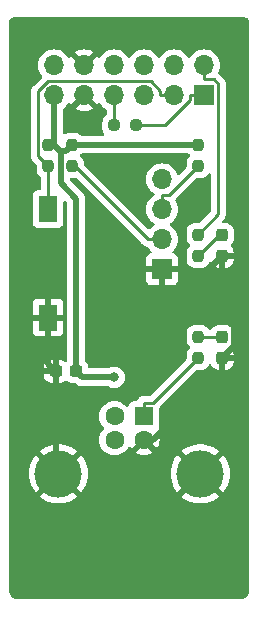
<source format=gtl>
G04 #@! TF.GenerationSoftware,KiCad,Pcbnew,7.0.9-7.0.9~ubuntu20.04.1*
G04 #@! TF.CreationDate,2023-12-02T17:13:25+01:00*
G04 #@! TF.ProjectId,kicad-pmod_usb,6b696361-642d-4706-9d6f-645f7573622e,1.0*
G04 #@! TF.SameCoordinates,Original*
G04 #@! TF.FileFunction,Copper,L1,Top*
G04 #@! TF.FilePolarity,Positive*
%FSLAX46Y46*%
G04 Gerber Fmt 4.6, Leading zero omitted, Abs format (unit mm)*
G04 Created by KiCad (PCBNEW 7.0.9-7.0.9~ubuntu20.04.1) date 2023-12-02 17:13:25*
%MOMM*%
%LPD*%
G01*
G04 APERTURE LIST*
G04 Aperture macros list*
%AMRoundRect*
0 Rectangle with rounded corners*
0 $1 Rounding radius*
0 $2 $3 $4 $5 $6 $7 $8 $9 X,Y pos of 4 corners*
0 Add a 4 corners polygon primitive as box body*
4,1,4,$2,$3,$4,$5,$6,$7,$8,$9,$2,$3,0*
0 Add four circle primitives for the rounded corners*
1,1,$1+$1,$2,$3*
1,1,$1+$1,$4,$5*
1,1,$1+$1,$6,$7*
1,1,$1+$1,$8,$9*
0 Add four rect primitives between the rounded corners*
20,1,$1+$1,$2,$3,$4,$5,0*
20,1,$1+$1,$4,$5,$6,$7,0*
20,1,$1+$1,$6,$7,$8,$9,0*
20,1,$1+$1,$8,$9,$2,$3,0*%
G04 Aperture macros list end*
G04 #@! TA.AperFunction,SMDPad,CuDef*
%ADD10RoundRect,0.237500X-0.237500X0.250000X-0.237500X-0.250000X0.237500X-0.250000X0.237500X0.250000X0*%
G04 #@! TD*
G04 #@! TA.AperFunction,SMDPad,CuDef*
%ADD11RoundRect,0.237500X0.237500X-0.287500X0.237500X0.287500X-0.237500X0.287500X-0.237500X-0.287500X0*%
G04 #@! TD*
G04 #@! TA.AperFunction,ComponentPad*
%ADD12R,1.700000X1.700000*%
G04 #@! TD*
G04 #@! TA.AperFunction,ComponentPad*
%ADD13O,1.700000X1.700000*%
G04 #@! TD*
G04 #@! TA.AperFunction,ComponentPad*
%ADD14R,1.600000X1.600000*%
G04 #@! TD*
G04 #@! TA.AperFunction,ComponentPad*
%ADD15C,1.600000*%
G04 #@! TD*
G04 #@! TA.AperFunction,ComponentPad*
%ADD16C,4.000000*%
G04 #@! TD*
G04 #@! TA.AperFunction,SMDPad,CuDef*
%ADD17RoundRect,0.237500X0.300000X0.237500X-0.300000X0.237500X-0.300000X-0.237500X0.300000X-0.237500X0*%
G04 #@! TD*
G04 #@! TA.AperFunction,SMDPad,CuDef*
%ADD18R,1.600000X2.180000*%
G04 #@! TD*
G04 #@! TA.AperFunction,SMDPad,CuDef*
%ADD19RoundRect,0.237500X0.237500X-0.250000X0.237500X0.250000X-0.237500X0.250000X-0.237500X-0.250000X0*%
G04 #@! TD*
G04 #@! TA.AperFunction,SMDPad,CuDef*
%ADD20RoundRect,0.237500X0.250000X0.237500X-0.250000X0.237500X-0.250000X-0.237500X0.250000X-0.237500X0*%
G04 #@! TD*
G04 #@! TA.AperFunction,ViaPad*
%ADD21C,0.800000*%
G04 #@! TD*
G04 #@! TA.AperFunction,Conductor*
%ADD22C,0.500000*%
G04 #@! TD*
G04 #@! TA.AperFunction,Conductor*
%ADD23C,0.250000*%
G04 #@! TD*
G04 APERTURE END LIST*
D10*
X122682000Y-86400000D03*
X122682000Y-88225000D03*
D11*
X124714000Y-88187500D03*
X124714000Y-86437500D03*
D10*
X122682000Y-70144000D03*
X122682000Y-71969000D03*
X109982000Y-70144000D03*
X109982000Y-71969000D03*
D11*
X124714000Y-77801500D03*
X124714000Y-79551500D03*
D12*
X123190000Y-65976500D03*
D13*
X123190000Y-63436500D03*
X120650000Y-65976500D03*
X120650000Y-63436500D03*
X118110000Y-65976500D03*
X118110000Y-63436500D03*
X115570000Y-65976500D03*
X115570000Y-63436500D03*
X113030000Y-65976500D03*
X113030000Y-63436500D03*
X110490000Y-65976500D03*
X110490000Y-63436500D03*
D14*
X118110000Y-93154500D03*
D15*
X115610000Y-93154500D03*
X115610000Y-95154500D03*
X118110000Y-95154500D03*
D16*
X122860000Y-98014500D03*
X110860000Y-98014500D03*
D17*
X112368500Y-89344500D03*
X110643500Y-89344500D03*
D10*
X112014000Y-70144000D03*
X112014000Y-71969000D03*
D12*
X119634000Y-80708500D03*
D13*
X119634000Y-78168500D03*
X119634000Y-75628500D03*
X119634000Y-73088500D03*
D18*
X109982000Y-84790500D03*
X109982000Y-75610500D03*
D19*
X122682000Y-79589000D03*
X122682000Y-77764000D03*
D20*
X117395000Y-68516500D03*
X115570000Y-68516500D03*
D21*
X114046000Y-68770500D03*
X114300000Y-72072500D03*
X115570000Y-89852500D03*
D22*
X122256700Y-82008800D02*
X121525000Y-82740500D01*
X121525000Y-82740500D02*
X119634000Y-82740500D01*
X119634000Y-82740500D02*
X119634000Y-80708500D01*
D23*
X109982000Y-71969000D02*
X109158700Y-71145700D01*
X109158700Y-71145700D02*
X109158700Y-65646099D01*
X109158700Y-65646099D02*
X110003599Y-64801200D01*
X110003599Y-64801200D02*
X118666800Y-64801200D01*
X118666800Y-64801200D02*
X119474700Y-65609100D01*
X119474700Y-65609100D02*
X119474700Y-65976500D01*
X119474700Y-65976500D02*
X120650000Y-65976500D01*
X115570000Y-65976500D02*
X115570000Y-68516500D01*
X118877800Y-92029200D02*
X122682000Y-88225000D01*
X118110000Y-92029200D02*
X118877800Y-92029200D01*
X118110000Y-93154500D02*
X118110000Y-92029200D01*
X112259200Y-71969000D02*
X112014000Y-71969000D01*
X118458700Y-78168500D02*
X112259200Y-71969000D01*
X119634000Y-78168500D02*
X118458700Y-78168500D01*
X109982000Y-75610500D02*
X109982000Y-71969000D01*
X120197800Y-74453200D02*
X122682000Y-71969000D01*
X119634000Y-74453200D02*
X120197800Y-74453200D01*
X119634000Y-75628500D02*
X119634000Y-74453200D01*
X124392900Y-76053100D02*
X122682000Y-77764000D01*
X124392900Y-65006700D02*
X124392900Y-76053100D01*
X123998000Y-64611800D02*
X124392900Y-65006700D01*
X123190000Y-64611800D02*
X123998000Y-64611800D01*
X123190000Y-63436500D02*
X123190000Y-64611800D01*
X119842000Y-68516500D02*
X117395000Y-68516500D01*
X122014700Y-66343800D02*
X119842000Y-68516500D01*
X122014700Y-65976500D02*
X122014700Y-66343800D01*
X123190000Y-65976500D02*
X122014700Y-65976500D01*
X124469500Y-77801500D02*
X122682000Y-79589000D01*
X124714000Y-77801500D02*
X124469500Y-77801500D01*
X122719500Y-86437500D02*
X122682000Y-86400000D01*
X124714000Y-86437500D02*
X122719500Y-86437500D01*
D22*
X125685000Y-87216500D02*
X124714000Y-88187500D01*
X125685000Y-85437100D02*
X125685000Y-87216500D01*
X122256700Y-82008800D02*
X125685000Y-85437100D01*
X124714000Y-79551500D02*
X122256700Y-82008800D01*
X124714000Y-89340500D02*
X119450000Y-94604500D01*
X124714000Y-88187500D02*
X124714000Y-89340500D01*
X118900000Y-95154500D02*
X119450000Y-94604500D01*
X118110000Y-95154500D02*
X118900000Y-95154500D01*
X119450000Y-94604500D02*
X122860000Y-98014500D01*
X110643500Y-97798000D02*
X110860000Y-98014500D01*
X110643500Y-89344500D02*
X110643500Y-97798000D01*
X109982000Y-88683000D02*
X109982000Y-84790500D01*
X110643500Y-89344500D02*
X109982000Y-88683000D01*
X112014000Y-70144000D02*
X122682000Y-70144000D01*
X110490000Y-65976500D02*
X110490000Y-67276800D01*
X109982000Y-70144000D02*
X110490000Y-70144000D01*
X110490000Y-70144000D02*
X110490000Y-67276800D01*
X112876500Y-89852500D02*
X112368500Y-89344500D01*
X115570000Y-89852500D02*
X112876500Y-89852500D01*
X111061500Y-73433200D02*
X111061500Y-70652000D01*
X112368500Y-74740200D02*
X111061500Y-73433200D01*
X112368500Y-89344500D02*
X112368500Y-74740200D01*
X110998000Y-70652000D02*
X111061500Y-70652000D01*
X110490000Y-70144000D02*
X110998000Y-70652000D01*
X111506000Y-70652000D02*
X112014000Y-70144000D01*
X111061500Y-70652000D02*
X111506000Y-70652000D01*
G04 #@! TA.AperFunction,Conductor*
G36*
X121916987Y-70914185D02*
G01*
X121937629Y-70930819D01*
X121975629Y-70968819D01*
X122009114Y-71030142D01*
X122004130Y-71099834D01*
X121975629Y-71144181D01*
X121861661Y-71258148D01*
X121771093Y-71404981D01*
X121771092Y-71404984D01*
X121716826Y-71568747D01*
X121716826Y-71568748D01*
X121716825Y-71568748D01*
X121706500Y-71669815D01*
X121706500Y-72008546D01*
X121686815Y-72075585D01*
X121670181Y-72096227D01*
X121107434Y-72658973D01*
X121046111Y-72692458D01*
X120976419Y-72687474D01*
X120920486Y-72645602D01*
X120907371Y-72623697D01*
X120906701Y-72622261D01*
X120808035Y-72410671D01*
X120779034Y-72369252D01*
X120672494Y-72217097D01*
X120505402Y-72050006D01*
X120505395Y-72050001D01*
X120311834Y-71914467D01*
X120311830Y-71914465D01*
X120287445Y-71903094D01*
X120097663Y-71814597D01*
X120097659Y-71814596D01*
X120097655Y-71814594D01*
X119869413Y-71753438D01*
X119869403Y-71753436D01*
X119634001Y-71732841D01*
X119633999Y-71732841D01*
X119398596Y-71753436D01*
X119398586Y-71753438D01*
X119170344Y-71814594D01*
X119170335Y-71814598D01*
X118956171Y-71914464D01*
X118956169Y-71914465D01*
X118762597Y-72050005D01*
X118595505Y-72217097D01*
X118459965Y-72410669D01*
X118459964Y-72410671D01*
X118360098Y-72624835D01*
X118360094Y-72624844D01*
X118298938Y-72853086D01*
X118298936Y-72853096D01*
X118278341Y-73088499D01*
X118278341Y-73088500D01*
X118298936Y-73323903D01*
X118298938Y-73323913D01*
X118360094Y-73552155D01*
X118360096Y-73552159D01*
X118360097Y-73552163D01*
X118459965Y-73766330D01*
X118459967Y-73766334D01*
X118595501Y-73959895D01*
X118595506Y-73959902D01*
X118762597Y-74126993D01*
X118762603Y-74126998D01*
X118948158Y-74256925D01*
X118991783Y-74311502D01*
X118998977Y-74381000D01*
X118967454Y-74443355D01*
X118948158Y-74460075D01*
X118762597Y-74590005D01*
X118595505Y-74757097D01*
X118459965Y-74950669D01*
X118459964Y-74950671D01*
X118360098Y-75164835D01*
X118360094Y-75164844D01*
X118298938Y-75393086D01*
X118298936Y-75393096D01*
X118278341Y-75628499D01*
X118278341Y-75628500D01*
X118298936Y-75863903D01*
X118298938Y-75863913D01*
X118360094Y-76092155D01*
X118360096Y-76092159D01*
X118360097Y-76092163D01*
X118450108Y-76285192D01*
X118459965Y-76306330D01*
X118459967Y-76306334D01*
X118595501Y-76499895D01*
X118595506Y-76499902D01*
X118762597Y-76666993D01*
X118762603Y-76666998D01*
X118948158Y-76796925D01*
X118991783Y-76851502D01*
X118998977Y-76921000D01*
X118967454Y-76983355D01*
X118948158Y-77000075D01*
X118762600Y-77130003D01*
X118621377Y-77271226D01*
X118560054Y-77304710D01*
X118490362Y-77299726D01*
X118446015Y-77271225D01*
X115764795Y-74590005D01*
X113025818Y-71851027D01*
X112992333Y-71789704D01*
X112989499Y-71763346D01*
X112989499Y-71669830D01*
X112989498Y-71669813D01*
X112979174Y-71568747D01*
X112967037Y-71532120D01*
X112924908Y-71404984D01*
X112834340Y-71258150D01*
X112720371Y-71144181D01*
X112686886Y-71082858D01*
X112691870Y-71013166D01*
X112720371Y-70968819D01*
X112758371Y-70930819D01*
X112819694Y-70897334D01*
X112846052Y-70894500D01*
X121849948Y-70894500D01*
X121916987Y-70914185D01*
G37*
G04 #@! TD.AperFunction*
G04 #@! TA.AperFunction,Conductor*
G36*
X112570507Y-66186344D02*
G01*
X112648239Y-66307298D01*
X112756900Y-66401452D01*
X112887685Y-66461180D01*
X112897466Y-66462586D01*
X112268625Y-67091425D01*
X112352421Y-67150099D01*
X112566507Y-67249929D01*
X112566516Y-67249933D01*
X112794673Y-67311067D01*
X112794684Y-67311069D01*
X113029998Y-67331657D01*
X113030002Y-67331657D01*
X113265315Y-67311069D01*
X113265326Y-67311067D01*
X113493483Y-67249933D01*
X113493492Y-67249929D01*
X113707578Y-67150100D01*
X113707582Y-67150098D01*
X113791373Y-67091426D01*
X113791373Y-67091425D01*
X113162533Y-66462586D01*
X113172315Y-66461180D01*
X113303100Y-66401452D01*
X113411761Y-66307298D01*
X113489493Y-66186344D01*
X113513076Y-66106024D01*
X114144925Y-66737873D01*
X114198119Y-66661905D01*
X114252696Y-66618281D01*
X114322195Y-66611088D01*
X114384549Y-66642610D01*
X114401269Y-66661905D01*
X114531505Y-66847901D01*
X114698599Y-67014995D01*
X114891624Y-67150153D01*
X114935248Y-67204728D01*
X114944500Y-67251726D01*
X114944500Y-67574308D01*
X114924815Y-67641347D01*
X114885599Y-67679845D01*
X114859152Y-67696157D01*
X114737161Y-67818148D01*
X114646593Y-67964981D01*
X114646592Y-67964984D01*
X114592326Y-68128747D01*
X114592326Y-68128748D01*
X114592325Y-68128748D01*
X114582000Y-68229815D01*
X114582000Y-68803169D01*
X114582001Y-68803187D01*
X114592325Y-68904252D01*
X114646592Y-69068015D01*
X114646593Y-69068018D01*
X114663308Y-69095117D01*
X114730717Y-69204405D01*
X114749157Y-69271795D01*
X114728235Y-69338459D01*
X114674593Y-69383229D01*
X114625178Y-69393500D01*
X112846052Y-69393500D01*
X112779013Y-69373815D01*
X112758371Y-69357181D01*
X112712351Y-69311161D01*
X112712350Y-69311160D01*
X112565516Y-69220592D01*
X112401753Y-69166326D01*
X112401751Y-69166325D01*
X112300678Y-69156000D01*
X111727330Y-69156000D01*
X111727312Y-69156001D01*
X111626247Y-69166325D01*
X111462484Y-69220592D01*
X111462477Y-69220595D01*
X111429596Y-69240877D01*
X111362204Y-69259317D01*
X111295540Y-69238394D01*
X111250771Y-69184752D01*
X111240500Y-69135338D01*
X111240500Y-67164200D01*
X111260185Y-67097161D01*
X111293375Y-67062626D01*
X111361401Y-67014995D01*
X111528495Y-66847901D01*
X111658732Y-66661903D01*
X111713307Y-66618280D01*
X111782805Y-66611086D01*
X111845160Y-66642609D01*
X111861880Y-66661905D01*
X111915073Y-66737873D01*
X112546922Y-66106023D01*
X112570507Y-66186344D01*
G37*
G04 #@! TD.AperFunction*
G04 #@! TA.AperFunction,Conductor*
G36*
X126623030Y-59373531D02*
G01*
X126629746Y-59374414D01*
X126637709Y-59375463D01*
X126711327Y-59387122D01*
X126739367Y-59395030D01*
X126763809Y-59405154D01*
X126768190Y-59407174D01*
X126815076Y-59431064D01*
X126834258Y-59443167D01*
X126853594Y-59458003D01*
X126859353Y-59462423D01*
X126865448Y-59467767D01*
X126904730Y-59507049D01*
X126910075Y-59513145D01*
X126929327Y-59538233D01*
X126941435Y-59557424D01*
X126954084Y-59582248D01*
X126965318Y-59604296D01*
X126967352Y-59608708D01*
X126977466Y-59633125D01*
X126985377Y-59661176D01*
X126985379Y-59661183D01*
X126997037Y-59734796D01*
X126998969Y-59749467D01*
X126999500Y-59757569D01*
X126999500Y-107883449D01*
X126999201Y-107889531D01*
X126996027Y-107921756D01*
X126983580Y-108032220D01*
X126979021Y-108054330D01*
X126962881Y-108107539D01*
X126935210Y-108186617D01*
X126927528Y-108204114D01*
X126899046Y-108257402D01*
X126896862Y-108261164D01*
X126853133Y-108330757D01*
X126848559Y-108337109D01*
X126806167Y-108388764D01*
X126802078Y-108393276D01*
X126744776Y-108450578D01*
X126740264Y-108454667D01*
X126688609Y-108497059D01*
X126682257Y-108501633D01*
X126612664Y-108545362D01*
X126608902Y-108547546D01*
X126555614Y-108576028D01*
X126538117Y-108583710D01*
X126459039Y-108611381D01*
X126405830Y-108627521D01*
X126383720Y-108632080D01*
X126273256Y-108644527D01*
X126241031Y-108647701D01*
X126234949Y-108648000D01*
X107445051Y-108648000D01*
X107438970Y-108647701D01*
X107406743Y-108644527D01*
X107296278Y-108632080D01*
X107274167Y-108627521D01*
X107220960Y-108611381D01*
X107141881Y-108583710D01*
X107124384Y-108576028D01*
X107104120Y-108565197D01*
X107071085Y-108547539D01*
X107067340Y-108545365D01*
X107048846Y-108533745D01*
X106997741Y-108501633D01*
X106991389Y-108497059D01*
X106939734Y-108454667D01*
X106935232Y-108450587D01*
X106877910Y-108393265D01*
X106873831Y-108388764D01*
X106831439Y-108337109D01*
X106826865Y-108330757D01*
X106821712Y-108322557D01*
X106783123Y-108261141D01*
X106780970Y-108257433D01*
X106752467Y-108204107D01*
X106744794Y-108186632D01*
X106717118Y-108107539D01*
X106700975Y-108054323D01*
X106696419Y-108032228D01*
X106683972Y-107921756D01*
X106680799Y-107889531D01*
X106680500Y-107883452D01*
X106680500Y-98014505D01*
X108355057Y-98014505D01*
X108374807Y-98328442D01*
X108374808Y-98328449D01*
X108433755Y-98637458D01*
X108530963Y-98936632D01*
X108530965Y-98936637D01*
X108664900Y-99221261D01*
X108664903Y-99221267D01*
X108833457Y-99486867D01*
X108833460Y-99486871D01*
X108924286Y-99596660D01*
X109889438Y-98631507D01*
X109938348Y-98710499D01*
X110081931Y-98868001D01*
X110240388Y-98987663D01*
X109274971Y-99953079D01*
X109274972Y-99953081D01*
X109517772Y-100129485D01*
X109517790Y-100129496D01*
X109793447Y-100281040D01*
X109793455Y-100281044D01*
X110085926Y-100396840D01*
X110390620Y-100475073D01*
X110390629Y-100475075D01*
X110702701Y-100514499D01*
X110702715Y-100514500D01*
X111017285Y-100514500D01*
X111017298Y-100514499D01*
X111329370Y-100475075D01*
X111329379Y-100475073D01*
X111634073Y-100396840D01*
X111926544Y-100281044D01*
X111926552Y-100281040D01*
X112202209Y-100129496D01*
X112202219Y-100129490D01*
X112445026Y-99953079D01*
X112445027Y-99953079D01*
X111479611Y-98987663D01*
X111638069Y-98868001D01*
X111781652Y-98710499D01*
X111830560Y-98631508D01*
X112795712Y-99596660D01*
X112886544Y-99486864D01*
X113055096Y-99221267D01*
X113055099Y-99221261D01*
X113189034Y-98936637D01*
X113189036Y-98936632D01*
X113286244Y-98637458D01*
X113345191Y-98328449D01*
X113345192Y-98328442D01*
X113364943Y-98014505D01*
X120355057Y-98014505D01*
X120374807Y-98328442D01*
X120374808Y-98328449D01*
X120433755Y-98637458D01*
X120530963Y-98936632D01*
X120530965Y-98936637D01*
X120664900Y-99221261D01*
X120664903Y-99221267D01*
X120833457Y-99486867D01*
X120833460Y-99486871D01*
X120924286Y-99596660D01*
X121889438Y-98631507D01*
X121938348Y-98710499D01*
X122081931Y-98868001D01*
X122240388Y-98987663D01*
X121274971Y-99953079D01*
X121274972Y-99953081D01*
X121517772Y-100129485D01*
X121517790Y-100129496D01*
X121793447Y-100281040D01*
X121793455Y-100281044D01*
X122085926Y-100396840D01*
X122390620Y-100475073D01*
X122390629Y-100475075D01*
X122702701Y-100514499D01*
X122702715Y-100514500D01*
X123017285Y-100514500D01*
X123017298Y-100514499D01*
X123329370Y-100475075D01*
X123329379Y-100475073D01*
X123634073Y-100396840D01*
X123926544Y-100281044D01*
X123926552Y-100281040D01*
X124202209Y-100129496D01*
X124202219Y-100129490D01*
X124445026Y-99953079D01*
X124445027Y-99953079D01*
X123479611Y-98987663D01*
X123638069Y-98868001D01*
X123781652Y-98710499D01*
X123830560Y-98631508D01*
X124795712Y-99596660D01*
X124886544Y-99486864D01*
X125055096Y-99221267D01*
X125055099Y-99221261D01*
X125189034Y-98936637D01*
X125189036Y-98936632D01*
X125286244Y-98637458D01*
X125345191Y-98328449D01*
X125345192Y-98328442D01*
X125364943Y-98014505D01*
X125364943Y-98014494D01*
X125345192Y-97700557D01*
X125345191Y-97700550D01*
X125286244Y-97391541D01*
X125189036Y-97092367D01*
X125189034Y-97092362D01*
X125055099Y-96807738D01*
X125055096Y-96807732D01*
X124886542Y-96542132D01*
X124886539Y-96542128D01*
X124795712Y-96432338D01*
X123830560Y-97397491D01*
X123781652Y-97318501D01*
X123638069Y-97160999D01*
X123479611Y-97041336D01*
X124445027Y-96075919D01*
X124445026Y-96075917D01*
X124202227Y-95899514D01*
X124202209Y-95899503D01*
X123926552Y-95747959D01*
X123926544Y-95747955D01*
X123634073Y-95632159D01*
X123329379Y-95553926D01*
X123329370Y-95553924D01*
X123017298Y-95514500D01*
X122702701Y-95514500D01*
X122390629Y-95553924D01*
X122390620Y-95553926D01*
X122085926Y-95632159D01*
X121793455Y-95747955D01*
X121793447Y-95747959D01*
X121517787Y-95899504D01*
X121517782Y-95899507D01*
X121274972Y-96075918D01*
X121274971Y-96075919D01*
X122240388Y-97041336D01*
X122081931Y-97160999D01*
X121938348Y-97318501D01*
X121889439Y-97397491D01*
X120924286Y-96432338D01*
X120924285Y-96432338D01*
X120833459Y-96542129D01*
X120833457Y-96542132D01*
X120664903Y-96807732D01*
X120664900Y-96807738D01*
X120530965Y-97092362D01*
X120530963Y-97092367D01*
X120433755Y-97391541D01*
X120374808Y-97700550D01*
X120374807Y-97700557D01*
X120355057Y-98014494D01*
X120355057Y-98014505D01*
X113364943Y-98014505D01*
X113364943Y-98014494D01*
X113345192Y-97700557D01*
X113345191Y-97700550D01*
X113286244Y-97391541D01*
X113189036Y-97092367D01*
X113189034Y-97092362D01*
X113055099Y-96807738D01*
X113055096Y-96807732D01*
X112886542Y-96542132D01*
X112886539Y-96542128D01*
X112795712Y-96432338D01*
X111830560Y-97397491D01*
X111781652Y-97318501D01*
X111638069Y-97160999D01*
X111479611Y-97041336D01*
X112445027Y-96075919D01*
X112445026Y-96075917D01*
X112202227Y-95899514D01*
X112202209Y-95899503D01*
X111926552Y-95747959D01*
X111926544Y-95747955D01*
X111634073Y-95632159D01*
X111329379Y-95553926D01*
X111329370Y-95553924D01*
X111017298Y-95514500D01*
X110702701Y-95514500D01*
X110390629Y-95553924D01*
X110390620Y-95553926D01*
X110085926Y-95632159D01*
X109793455Y-95747955D01*
X109793447Y-95747959D01*
X109517787Y-95899504D01*
X109517782Y-95899507D01*
X109274972Y-96075918D01*
X109274971Y-96075919D01*
X110240388Y-97041336D01*
X110081931Y-97160999D01*
X109938348Y-97318501D01*
X109889439Y-97397491D01*
X108924286Y-96432338D01*
X108924285Y-96432338D01*
X108833459Y-96542129D01*
X108833457Y-96542132D01*
X108664903Y-96807732D01*
X108664900Y-96807738D01*
X108530965Y-97092362D01*
X108530963Y-97092367D01*
X108433755Y-97391541D01*
X108374808Y-97700550D01*
X108374807Y-97700557D01*
X108355057Y-98014494D01*
X108355057Y-98014505D01*
X106680500Y-98014505D01*
X106680500Y-95154501D01*
X114304532Y-95154501D01*
X114324364Y-95381186D01*
X114324366Y-95381197D01*
X114383258Y-95600988D01*
X114383261Y-95600997D01*
X114479431Y-95807232D01*
X114479432Y-95807234D01*
X114609954Y-95993641D01*
X114770858Y-96154545D01*
X114770861Y-96154547D01*
X114957266Y-96285068D01*
X115163504Y-96381239D01*
X115383308Y-96440135D01*
X115545230Y-96454301D01*
X115609998Y-96459968D01*
X115610000Y-96459968D01*
X115610002Y-96459968D01*
X115666673Y-96455009D01*
X115836692Y-96440135D01*
X116056496Y-96381239D01*
X116262734Y-96285068D01*
X116449139Y-96154547D01*
X116610047Y-95993639D01*
X116740568Y-95807234D01*
X116747893Y-95791523D01*
X116794062Y-95739086D01*
X116861254Y-95719932D01*
X116928136Y-95740145D01*
X116972657Y-95791523D01*
X116979865Y-95806981D01*
X116979866Y-95806983D01*
X117030973Y-95879971D01*
X117030973Y-95879972D01*
X117647063Y-95263881D01*
X117673481Y-95353851D01*
X117747327Y-95468758D01*
X117850555Y-95558205D01*
X117974801Y-95614946D01*
X117999548Y-95618504D01*
X117384526Y-96233525D01*
X117384526Y-96233526D01*
X117457512Y-96284631D01*
X117457516Y-96284633D01*
X117663673Y-96380765D01*
X117663682Y-96380769D01*
X117883389Y-96439639D01*
X117883400Y-96439641D01*
X118109998Y-96459466D01*
X118110002Y-96459466D01*
X118336599Y-96439641D01*
X118336610Y-96439639D01*
X118556317Y-96380769D01*
X118556331Y-96380764D01*
X118762478Y-96284636D01*
X118835472Y-96233525D01*
X118220451Y-95618504D01*
X118245199Y-95614946D01*
X118369445Y-95558205D01*
X118472673Y-95468758D01*
X118546519Y-95353851D01*
X118572935Y-95263882D01*
X119189025Y-95879972D01*
X119240136Y-95806978D01*
X119336264Y-95600831D01*
X119336269Y-95600817D01*
X119395139Y-95381110D01*
X119395141Y-95381099D01*
X119414966Y-95154502D01*
X119414966Y-95154497D01*
X119395141Y-94927900D01*
X119395139Y-94927889D01*
X119336269Y-94708182D01*
X119336265Y-94708173D01*
X119240134Y-94502018D01*
X119240130Y-94502012D01*
X119231188Y-94489240D01*
X119208861Y-94423034D01*
X119225873Y-94355267D01*
X119258454Y-94318851D01*
X119267546Y-94312046D01*
X119353796Y-94196831D01*
X119404091Y-94061983D01*
X119410500Y-94002373D01*
X119410499Y-92432450D01*
X119430184Y-92365412D01*
X119446813Y-92344775D01*
X122542272Y-89249318D01*
X122603595Y-89215833D01*
X122629953Y-89212999D01*
X122968670Y-89212999D01*
X122968676Y-89212999D01*
X123069753Y-89202674D01*
X123233516Y-89148408D01*
X123380350Y-89057840D01*
X123502340Y-88935850D01*
X123592756Y-88789261D01*
X123644702Y-88742540D01*
X123713664Y-88731317D01*
X123777747Y-88759161D01*
X123803831Y-88789264D01*
X123894052Y-88935534D01*
X123894055Y-88935538D01*
X124015961Y-89057444D01*
X124015965Y-89057447D01*
X124162688Y-89147948D01*
X124162699Y-89147953D01*
X124326347Y-89202180D01*
X124427352Y-89212499D01*
X124464000Y-89212499D01*
X124464000Y-88437500D01*
X124964000Y-88437500D01*
X124964000Y-89212499D01*
X125000640Y-89212499D01*
X125000654Y-89212498D01*
X125101652Y-89202180D01*
X125265300Y-89147953D01*
X125265311Y-89147948D01*
X125412034Y-89057447D01*
X125412038Y-89057444D01*
X125533944Y-88935538D01*
X125533947Y-88935534D01*
X125624448Y-88788811D01*
X125624453Y-88788800D01*
X125678680Y-88625152D01*
X125688999Y-88524154D01*
X125689000Y-88524141D01*
X125689000Y-88437500D01*
X124964000Y-88437500D01*
X124464000Y-88437500D01*
X124464000Y-88061500D01*
X124483685Y-87994461D01*
X124536489Y-87948706D01*
X124588000Y-87937500D01*
X125688999Y-87937500D01*
X125688999Y-87850860D01*
X125688998Y-87850845D01*
X125678680Y-87749847D01*
X125624453Y-87586199D01*
X125624448Y-87586188D01*
X125533947Y-87439465D01*
X125533944Y-87439461D01*
X125495017Y-87400534D01*
X125461532Y-87339211D01*
X125466516Y-87269519D01*
X125495016Y-87225173D01*
X125534340Y-87185850D01*
X125624908Y-87039016D01*
X125679174Y-86875253D01*
X125689500Y-86774177D01*
X125689499Y-86100824D01*
X125679174Y-85999747D01*
X125624908Y-85835984D01*
X125534340Y-85689150D01*
X125412350Y-85567160D01*
X125265516Y-85476592D01*
X125101753Y-85422326D01*
X125101751Y-85422325D01*
X125000678Y-85412000D01*
X124427330Y-85412000D01*
X124427312Y-85412001D01*
X124326247Y-85422325D01*
X124162484Y-85476592D01*
X124162481Y-85476593D01*
X124015648Y-85567161D01*
X123893659Y-85689150D01*
X123854218Y-85753096D01*
X123802270Y-85799821D01*
X123748679Y-85812000D01*
X123647321Y-85812000D01*
X123580282Y-85792315D01*
X123541782Y-85753096D01*
X123502340Y-85689150D01*
X123380351Y-85567161D01*
X123380350Y-85567160D01*
X123233516Y-85476592D01*
X123069753Y-85422326D01*
X123069751Y-85422325D01*
X122968678Y-85412000D01*
X122395330Y-85412000D01*
X122395312Y-85412001D01*
X122294247Y-85422325D01*
X122130484Y-85476592D01*
X122130481Y-85476593D01*
X121983648Y-85567161D01*
X121861661Y-85689148D01*
X121771093Y-85835981D01*
X121771092Y-85835984D01*
X121716826Y-85999747D01*
X121716826Y-85999748D01*
X121716825Y-85999748D01*
X121706500Y-86100815D01*
X121706500Y-86699169D01*
X121706501Y-86699187D01*
X121716825Y-86800252D01*
X121771092Y-86964015D01*
X121771093Y-86964018D01*
X121861661Y-87110851D01*
X121975629Y-87224819D01*
X122009114Y-87286142D01*
X122004130Y-87355834D01*
X121975629Y-87400181D01*
X121861661Y-87514148D01*
X121771093Y-87660981D01*
X121771092Y-87660984D01*
X121716826Y-87824747D01*
X121716826Y-87824748D01*
X121716825Y-87824748D01*
X121706500Y-87925815D01*
X121706500Y-88264546D01*
X121686815Y-88331585D01*
X121670181Y-88352227D01*
X118655028Y-91367381D01*
X118593705Y-91400866D01*
X118567347Y-91403700D01*
X118180847Y-91403700D01*
X118157615Y-91401504D01*
X118149588Y-91399973D01*
X118149586Y-91399973D01*
X118140633Y-91400536D01*
X118092275Y-91403578D01*
X118088403Y-91403700D01*
X118070643Y-91403700D01*
X118053032Y-91405925D01*
X118049164Y-91406290D01*
X118017375Y-91408290D01*
X117991859Y-91409896D01*
X117984085Y-91412422D01*
X117961320Y-91417510D01*
X117953218Y-91418533D01*
X117953205Y-91418537D01*
X117899810Y-91439677D01*
X117896154Y-91440992D01*
X117841559Y-91458733D01*
X117841556Y-91458734D01*
X117834652Y-91463115D01*
X117813880Y-91473699D01*
X117806273Y-91476711D01*
X117806262Y-91476717D01*
X117759814Y-91510463D01*
X117756595Y-91512651D01*
X117708123Y-91543413D01*
X117708120Y-91543416D01*
X117702529Y-91549370D01*
X117685029Y-91564799D01*
X117678413Y-91569605D01*
X117678412Y-91569606D01*
X117641812Y-91613846D01*
X117639238Y-91616765D01*
X117599937Y-91658617D01*
X117599935Y-91658620D01*
X117595994Y-91665789D01*
X117582889Y-91685073D01*
X117577677Y-91691373D01*
X117577674Y-91691378D01*
X117553230Y-91743322D01*
X117551463Y-91746790D01*
X117527856Y-91789735D01*
X117478311Y-91839000D01*
X117419193Y-91854000D01*
X117262130Y-91854000D01*
X117262123Y-91854001D01*
X117202516Y-91860408D01*
X117067671Y-91910702D01*
X117067664Y-91910706D01*
X116952455Y-91996952D01*
X116952452Y-91996955D01*
X116866206Y-92112164D01*
X116866202Y-92112171D01*
X116815909Y-92247013D01*
X116814632Y-92252422D01*
X116780058Y-92313138D01*
X116718147Y-92345523D01*
X116648556Y-92339296D01*
X116606274Y-92311587D01*
X116449141Y-92154454D01*
X116262734Y-92023932D01*
X116262732Y-92023931D01*
X116056497Y-91927761D01*
X116056488Y-91927758D01*
X115836697Y-91868866D01*
X115836693Y-91868865D01*
X115836692Y-91868865D01*
X115836691Y-91868864D01*
X115836686Y-91868864D01*
X115610002Y-91849032D01*
X115609998Y-91849032D01*
X115383313Y-91868864D01*
X115383302Y-91868866D01*
X115163511Y-91927758D01*
X115163502Y-91927761D01*
X114957267Y-92023931D01*
X114957265Y-92023932D01*
X114770858Y-92154454D01*
X114609954Y-92315358D01*
X114479432Y-92501765D01*
X114479431Y-92501767D01*
X114383261Y-92708002D01*
X114383258Y-92708011D01*
X114324366Y-92927802D01*
X114324364Y-92927813D01*
X114304532Y-93154498D01*
X114304532Y-93154501D01*
X114324364Y-93381186D01*
X114324366Y-93381197D01*
X114383258Y-93600988D01*
X114383261Y-93600997D01*
X114479431Y-93807232D01*
X114479432Y-93807234D01*
X114609954Y-93993641D01*
X114683132Y-94066819D01*
X114716617Y-94128142D01*
X114711633Y-94197834D01*
X114683132Y-94242181D01*
X114609954Y-94315358D01*
X114479432Y-94501765D01*
X114479431Y-94501767D01*
X114383261Y-94708002D01*
X114383258Y-94708011D01*
X114324366Y-94927802D01*
X114324364Y-94927813D01*
X114304532Y-95154498D01*
X114304532Y-95154501D01*
X106680500Y-95154501D01*
X106680500Y-89594500D01*
X109606001Y-89594500D01*
X109606001Y-89631154D01*
X109616319Y-89732152D01*
X109670546Y-89895800D01*
X109670551Y-89895811D01*
X109761052Y-90042534D01*
X109761055Y-90042538D01*
X109882961Y-90164444D01*
X109882965Y-90164447D01*
X110029688Y-90254948D01*
X110029699Y-90254953D01*
X110193347Y-90309180D01*
X110294351Y-90319499D01*
X110393500Y-90319498D01*
X110393500Y-89594500D01*
X109606001Y-89594500D01*
X106680500Y-89594500D01*
X106680500Y-89094500D01*
X109606000Y-89094500D01*
X110393500Y-89094500D01*
X110393500Y-88369499D01*
X110294360Y-88369500D01*
X110294344Y-88369501D01*
X110193347Y-88379819D01*
X110029699Y-88434046D01*
X110029688Y-88434051D01*
X109882965Y-88524552D01*
X109882961Y-88524555D01*
X109761055Y-88646461D01*
X109761052Y-88646465D01*
X109670551Y-88793188D01*
X109670546Y-88793199D01*
X109616319Y-88956847D01*
X109606000Y-89057845D01*
X109606000Y-89094500D01*
X106680500Y-89094500D01*
X106680500Y-85040500D01*
X108682000Y-85040500D01*
X108682000Y-85928344D01*
X108688401Y-85987872D01*
X108688403Y-85987879D01*
X108738645Y-86122586D01*
X108738649Y-86122593D01*
X108824809Y-86237687D01*
X108824812Y-86237690D01*
X108939906Y-86323850D01*
X108939913Y-86323854D01*
X109074620Y-86374096D01*
X109074627Y-86374098D01*
X109134155Y-86380499D01*
X109134172Y-86380500D01*
X109732000Y-86380500D01*
X109732000Y-85040500D01*
X110232000Y-85040500D01*
X110232000Y-86380500D01*
X110829828Y-86380500D01*
X110829844Y-86380499D01*
X110889372Y-86374098D01*
X110889379Y-86374096D01*
X111024086Y-86323854D01*
X111024093Y-86323850D01*
X111139187Y-86237690D01*
X111139190Y-86237687D01*
X111225350Y-86122593D01*
X111225354Y-86122586D01*
X111275596Y-85987879D01*
X111275598Y-85987872D01*
X111281999Y-85928344D01*
X111282000Y-85928327D01*
X111282000Y-85040500D01*
X110232000Y-85040500D01*
X109732000Y-85040500D01*
X108682000Y-85040500D01*
X106680500Y-85040500D01*
X106680500Y-84540500D01*
X108682000Y-84540500D01*
X109732000Y-84540500D01*
X109732000Y-83200500D01*
X110232000Y-83200500D01*
X110232000Y-84540500D01*
X111282000Y-84540500D01*
X111282000Y-83652672D01*
X111281999Y-83652655D01*
X111275598Y-83593127D01*
X111275596Y-83593120D01*
X111225354Y-83458413D01*
X111225350Y-83458406D01*
X111139190Y-83343312D01*
X111139187Y-83343309D01*
X111024093Y-83257149D01*
X111024086Y-83257145D01*
X110889379Y-83206903D01*
X110889372Y-83206901D01*
X110829844Y-83200500D01*
X110232000Y-83200500D01*
X109732000Y-83200500D01*
X109134155Y-83200500D01*
X109074627Y-83206901D01*
X109074620Y-83206903D01*
X108939913Y-83257145D01*
X108939906Y-83257149D01*
X108824812Y-83343309D01*
X108824809Y-83343312D01*
X108738649Y-83458406D01*
X108738645Y-83458413D01*
X108688403Y-83593120D01*
X108688401Y-83593127D01*
X108682000Y-83652655D01*
X108682000Y-84540500D01*
X106680500Y-84540500D01*
X106680500Y-65626294D01*
X108528540Y-65626294D01*
X108532925Y-65672682D01*
X108533200Y-65678520D01*
X108533200Y-71062955D01*
X108531475Y-71078572D01*
X108531761Y-71078599D01*
X108531026Y-71086365D01*
X108533200Y-71155514D01*
X108533200Y-71185043D01*
X108533201Y-71185060D01*
X108534068Y-71191931D01*
X108534526Y-71197750D01*
X108535990Y-71244324D01*
X108535991Y-71244327D01*
X108541580Y-71263567D01*
X108545524Y-71282611D01*
X108548036Y-71302491D01*
X108565190Y-71345819D01*
X108567082Y-71351347D01*
X108580081Y-71396088D01*
X108590280Y-71413334D01*
X108598838Y-71430803D01*
X108606214Y-71449432D01*
X108633598Y-71487123D01*
X108636806Y-71492007D01*
X108660527Y-71532116D01*
X108660533Y-71532124D01*
X108674690Y-71546280D01*
X108687328Y-71561076D01*
X108699105Y-71577286D01*
X108699106Y-71577287D01*
X108735009Y-71606988D01*
X108739320Y-71610910D01*
X108861251Y-71732841D01*
X108970181Y-71841771D01*
X109003666Y-71903094D01*
X109006500Y-71929452D01*
X109006500Y-72268168D01*
X109006501Y-72268187D01*
X109016825Y-72369252D01*
X109053109Y-72478749D01*
X109071092Y-72533016D01*
X109161660Y-72679850D01*
X109283650Y-72801840D01*
X109295463Y-72809126D01*
X109297596Y-72810442D01*
X109344321Y-72862390D01*
X109356500Y-72915981D01*
X109356500Y-73896000D01*
X109336815Y-73963039D01*
X109284011Y-74008794D01*
X109232501Y-74020000D01*
X109134130Y-74020000D01*
X109134123Y-74020001D01*
X109074516Y-74026408D01*
X108939671Y-74076702D01*
X108939664Y-74076706D01*
X108824455Y-74162952D01*
X108824452Y-74162955D01*
X108738206Y-74278164D01*
X108738202Y-74278171D01*
X108687908Y-74413017D01*
X108681501Y-74472616D01*
X108681500Y-74472635D01*
X108681500Y-76748370D01*
X108681501Y-76748376D01*
X108687908Y-76807983D01*
X108738202Y-76942828D01*
X108738206Y-76942835D01*
X108824452Y-77058044D01*
X108824455Y-77058047D01*
X108939664Y-77144293D01*
X108939671Y-77144297D01*
X109074517Y-77194591D01*
X109074516Y-77194591D01*
X109081444Y-77195335D01*
X109134127Y-77201000D01*
X110829872Y-77200999D01*
X110889483Y-77194591D01*
X111024331Y-77144296D01*
X111139546Y-77058046D01*
X111225796Y-76942831D01*
X111276091Y-76807983D01*
X111282500Y-76748373D01*
X111282499Y-75014927D01*
X111302184Y-74947889D01*
X111354987Y-74902134D01*
X111424146Y-74892190D01*
X111487702Y-74921215D01*
X111494180Y-74927247D01*
X111581681Y-75014748D01*
X111615166Y-75076071D01*
X111618000Y-75102429D01*
X111618000Y-88439155D01*
X111598315Y-88506194D01*
X111545511Y-88551949D01*
X111476353Y-88561893D01*
X111412797Y-88532868D01*
X111406319Y-88526836D01*
X111404038Y-88524555D01*
X111404034Y-88524552D01*
X111257311Y-88434051D01*
X111257300Y-88434046D01*
X111093652Y-88379819D01*
X110992654Y-88369500D01*
X110893500Y-88369500D01*
X110893500Y-90319499D01*
X110992640Y-90319499D01*
X110992654Y-90319498D01*
X111093652Y-90309180D01*
X111257300Y-90254953D01*
X111257311Y-90254948D01*
X111404035Y-90164447D01*
X111417960Y-90150521D01*
X111479282Y-90117033D01*
X111548973Y-90122014D01*
X111593327Y-90150517D01*
X111607650Y-90164840D01*
X111754484Y-90255408D01*
X111918247Y-90309674D01*
X112019323Y-90320000D01*
X112226623Y-90319999D01*
X112293663Y-90339683D01*
X112321775Y-90365926D01*
X112321934Y-90365777D01*
X112324284Y-90368268D01*
X112326086Y-90369950D01*
X112326890Y-90371030D01*
X112366920Y-90404619D01*
X112370892Y-90408259D01*
X112376723Y-90414090D01*
X112402439Y-90434423D01*
X112461286Y-90483802D01*
X112461288Y-90483803D01*
X112467323Y-90487772D01*
X112467289Y-90487822D01*
X112473644Y-90491870D01*
X112473677Y-90491818D01*
X112479819Y-90495607D01*
X112479823Y-90495610D01*
X112543682Y-90525388D01*
X112549414Y-90528061D01*
X112618058Y-90562536D01*
X112618061Y-90562537D01*
X112618067Y-90562540D01*
X112618072Y-90562541D01*
X112624855Y-90565010D01*
X112624834Y-90565067D01*
X112631951Y-90567540D01*
X112631970Y-90567484D01*
X112638830Y-90569757D01*
X112714032Y-90585284D01*
X112788779Y-90603000D01*
X112788788Y-90603000D01*
X112795952Y-90603838D01*
X112795945Y-90603897D01*
X112803446Y-90604663D01*
X112803452Y-90604604D01*
X112810640Y-90605233D01*
X112810643Y-90605232D01*
X112810644Y-90605233D01*
X112887398Y-90603000D01*
X115030663Y-90603000D01*
X115097702Y-90622685D01*
X115103548Y-90626682D01*
X115117265Y-90636648D01*
X115117270Y-90636651D01*
X115290192Y-90713642D01*
X115290197Y-90713644D01*
X115475354Y-90753000D01*
X115475355Y-90753000D01*
X115664644Y-90753000D01*
X115664646Y-90753000D01*
X115849803Y-90713644D01*
X116022730Y-90636651D01*
X116175871Y-90525388D01*
X116302533Y-90384716D01*
X116397179Y-90220784D01*
X116455674Y-90040756D01*
X116475460Y-89852500D01*
X116455674Y-89664244D01*
X116397179Y-89484216D01*
X116302533Y-89320284D01*
X116175871Y-89179612D01*
X116175870Y-89179611D01*
X116022734Y-89068351D01*
X116022729Y-89068348D01*
X115849807Y-88991357D01*
X115849802Y-88991355D01*
X115704001Y-88960365D01*
X115664646Y-88952000D01*
X115475354Y-88952000D01*
X115442897Y-88958898D01*
X115290197Y-88991355D01*
X115290192Y-88991357D01*
X115117270Y-89068348D01*
X115117265Y-89068351D01*
X115103548Y-89078318D01*
X115037742Y-89101798D01*
X115030663Y-89102000D01*
X113522990Y-89102000D01*
X113455951Y-89082315D01*
X113410196Y-89029511D01*
X113399632Y-88990601D01*
X113396174Y-88956747D01*
X113341908Y-88792984D01*
X113251340Y-88646150D01*
X113155319Y-88550129D01*
X113121834Y-88488806D01*
X113119000Y-88462448D01*
X113119000Y-74803905D01*
X113120309Y-74785935D01*
X113120723Y-74783105D01*
X113123789Y-74762177D01*
X113119235Y-74710133D01*
X113119000Y-74704732D01*
X113119000Y-74696496D01*
X113119000Y-74696491D01*
X113115191Y-74663905D01*
X113108498Y-74587403D01*
X113108495Y-74587394D01*
X113107038Y-74580335D01*
X113107098Y-74580322D01*
X113105466Y-74572964D01*
X113105408Y-74572978D01*
X113103741Y-74565947D01*
X113103741Y-74565945D01*
X113077469Y-74493763D01*
X113070468Y-74472635D01*
X113053315Y-74420868D01*
X113050262Y-74414321D01*
X113050315Y-74414295D01*
X113047031Y-74407511D01*
X113046979Y-74407538D01*
X113043736Y-74401082D01*
X113001534Y-74336916D01*
X112961214Y-74271547D01*
X112956734Y-74265881D01*
X112956780Y-74265843D01*
X112952019Y-74259999D01*
X112951974Y-74260038D01*
X112947334Y-74254508D01*
X112891482Y-74201813D01*
X111858348Y-73168680D01*
X111824863Y-73107357D01*
X111829847Y-73037665D01*
X111871719Y-72981732D01*
X111937183Y-72957315D01*
X111946029Y-72956999D01*
X112300672Y-72956999D01*
X112300676Y-72956999D01*
X112300679Y-72956998D01*
X112303835Y-72956838D01*
X112303909Y-72958301D01*
X112366935Y-72970012D01*
X112398534Y-72992924D01*
X117957897Y-78552288D01*
X117967722Y-78564551D01*
X117967943Y-78564369D01*
X117972914Y-78570378D01*
X117992927Y-78589171D01*
X118023335Y-78617726D01*
X118044229Y-78638620D01*
X118049711Y-78642873D01*
X118054143Y-78646657D01*
X118088118Y-78678562D01*
X118105676Y-78688214D01*
X118121933Y-78698893D01*
X118137764Y-78711173D01*
X118157437Y-78719686D01*
X118180533Y-78729682D01*
X118185777Y-78732250D01*
X118226608Y-78754697D01*
X118232307Y-78756160D01*
X118246005Y-78759677D01*
X118264419Y-78765981D01*
X118282804Y-78773938D01*
X118328857Y-78781232D01*
X118334526Y-78782406D01*
X118379681Y-78794000D01*
X118379684Y-78794000D01*
X118387239Y-78795940D01*
X118386450Y-78799010D01*
X118437077Y-78821086D01*
X118459075Y-78845059D01*
X118459965Y-78846330D01*
X118595505Y-79039901D01*
X118595506Y-79039902D01*
X118717818Y-79162214D01*
X118751303Y-79223537D01*
X118746319Y-79293229D01*
X118704447Y-79349162D01*
X118673471Y-79366077D01*
X118541912Y-79415146D01*
X118541906Y-79415149D01*
X118426812Y-79501309D01*
X118426809Y-79501312D01*
X118340649Y-79616406D01*
X118340645Y-79616413D01*
X118290403Y-79751120D01*
X118290401Y-79751127D01*
X118284000Y-79810655D01*
X118284000Y-80458500D01*
X119200314Y-80458500D01*
X119174507Y-80498656D01*
X119134000Y-80636611D01*
X119134000Y-80780389D01*
X119174507Y-80918344D01*
X119200314Y-80958500D01*
X118284000Y-80958500D01*
X118284000Y-81606344D01*
X118290401Y-81665872D01*
X118290403Y-81665879D01*
X118340645Y-81800586D01*
X118340649Y-81800593D01*
X118426809Y-81915687D01*
X118426812Y-81915690D01*
X118541906Y-82001850D01*
X118541913Y-82001854D01*
X118676620Y-82052096D01*
X118676627Y-82052098D01*
X118736155Y-82058499D01*
X118736172Y-82058500D01*
X119384000Y-82058500D01*
X119384000Y-81144001D01*
X119491685Y-81193180D01*
X119598237Y-81208500D01*
X119669763Y-81208500D01*
X119776315Y-81193180D01*
X119884000Y-81144001D01*
X119884000Y-82058500D01*
X120531828Y-82058500D01*
X120531844Y-82058499D01*
X120591372Y-82052098D01*
X120591379Y-82052096D01*
X120726086Y-82001854D01*
X120726093Y-82001850D01*
X120841187Y-81915690D01*
X120841190Y-81915687D01*
X120927350Y-81800593D01*
X120927354Y-81800586D01*
X120977596Y-81665879D01*
X120977598Y-81665872D01*
X120983999Y-81606344D01*
X120984000Y-81606327D01*
X120984000Y-80958500D01*
X120067686Y-80958500D01*
X120093493Y-80918344D01*
X120134000Y-80780389D01*
X120134000Y-80636611D01*
X120093493Y-80498656D01*
X120067686Y-80458500D01*
X120984000Y-80458500D01*
X120984000Y-79810672D01*
X120983999Y-79810655D01*
X120977598Y-79751127D01*
X120977596Y-79751120D01*
X120927354Y-79616413D01*
X120927350Y-79616406D01*
X120841190Y-79501312D01*
X120841187Y-79501309D01*
X120726093Y-79415149D01*
X120726088Y-79415146D01*
X120594528Y-79366077D01*
X120538595Y-79324205D01*
X120514178Y-79258741D01*
X120529030Y-79190468D01*
X120550175Y-79162220D01*
X120672495Y-79039901D01*
X120808035Y-78846330D01*
X120907903Y-78632163D01*
X120969063Y-78403908D01*
X120989659Y-78168500D01*
X120989287Y-78164253D01*
X120980444Y-78063176D01*
X120969063Y-77933092D01*
X120907903Y-77704837D01*
X120808035Y-77490671D01*
X120789937Y-77464823D01*
X120672494Y-77297097D01*
X120505402Y-77130006D01*
X120505396Y-77130001D01*
X120319842Y-77000075D01*
X120276217Y-76945498D01*
X120269023Y-76876000D01*
X120300546Y-76813645D01*
X120319842Y-76796925D01*
X120389183Y-76748372D01*
X120505401Y-76666995D01*
X120672495Y-76499901D01*
X120808035Y-76306330D01*
X120907903Y-76092163D01*
X120969063Y-75863908D01*
X120989659Y-75628500D01*
X120969063Y-75393092D01*
X120907903Y-75164837D01*
X120808035Y-74950671D01*
X120808034Y-74950669D01*
X120808033Y-74950667D01*
X120775827Y-74904673D01*
X120753499Y-74838467D01*
X120770509Y-74770700D01*
X120789716Y-74745872D01*
X122542272Y-72993318D01*
X122603595Y-72959833D01*
X122629953Y-72956999D01*
X122968670Y-72956999D01*
X122968676Y-72956999D01*
X123069753Y-72946674D01*
X123233516Y-72892408D01*
X123380350Y-72801840D01*
X123502340Y-72679850D01*
X123537861Y-72622260D01*
X123589809Y-72575536D01*
X123658771Y-72564313D01*
X123722854Y-72592157D01*
X123761710Y-72650225D01*
X123767400Y-72687357D01*
X123767400Y-75742646D01*
X123747715Y-75809685D01*
X123731081Y-75830327D01*
X122821726Y-76739681D01*
X122760403Y-76773166D01*
X122734045Y-76776000D01*
X122395331Y-76776000D01*
X122395312Y-76776001D01*
X122294247Y-76786325D01*
X122130484Y-76840592D01*
X122130481Y-76840593D01*
X121983648Y-76931161D01*
X121861661Y-77053148D01*
X121771093Y-77199981D01*
X121771091Y-77199986D01*
X121770755Y-77201000D01*
X121716826Y-77363747D01*
X121716826Y-77363748D01*
X121716825Y-77363748D01*
X121706500Y-77464815D01*
X121706500Y-78063169D01*
X121706501Y-78063187D01*
X121716825Y-78164252D01*
X121771092Y-78328015D01*
X121771093Y-78328018D01*
X121861661Y-78474851D01*
X121975629Y-78588819D01*
X122009114Y-78650142D01*
X122004130Y-78719834D01*
X121975629Y-78764181D01*
X121861661Y-78878148D01*
X121771093Y-79024981D01*
X121771091Y-79024986D01*
X121743719Y-79107588D01*
X121716826Y-79188747D01*
X121716826Y-79188748D01*
X121716825Y-79188748D01*
X121706500Y-79289815D01*
X121706500Y-79888169D01*
X121706501Y-79888187D01*
X121716825Y-79989252D01*
X121751972Y-80095317D01*
X121771092Y-80153016D01*
X121861660Y-80299850D01*
X121983650Y-80421840D01*
X122130484Y-80512408D01*
X122294247Y-80566674D01*
X122395323Y-80577000D01*
X122968676Y-80576999D01*
X122968684Y-80576998D01*
X122968687Y-80576998D01*
X123024030Y-80571344D01*
X123069753Y-80566674D01*
X123233516Y-80512408D01*
X123380350Y-80421840D01*
X123502340Y-80299850D01*
X123592756Y-80153261D01*
X123644702Y-80106540D01*
X123713664Y-80095317D01*
X123777747Y-80123161D01*
X123803831Y-80153264D01*
X123894052Y-80299534D01*
X123894055Y-80299538D01*
X124015961Y-80421444D01*
X124015965Y-80421447D01*
X124162688Y-80511948D01*
X124162699Y-80511953D01*
X124326347Y-80566180D01*
X124427352Y-80576499D01*
X124464000Y-80576499D01*
X124464000Y-79801500D01*
X124964000Y-79801500D01*
X124964000Y-80576499D01*
X125000640Y-80576499D01*
X125000654Y-80576498D01*
X125101652Y-80566180D01*
X125265300Y-80511953D01*
X125265311Y-80511948D01*
X125412034Y-80421447D01*
X125412038Y-80421444D01*
X125533944Y-80299538D01*
X125533947Y-80299534D01*
X125624448Y-80152811D01*
X125624453Y-80152800D01*
X125678680Y-79989152D01*
X125688999Y-79888154D01*
X125689000Y-79888141D01*
X125689000Y-79801500D01*
X124964000Y-79801500D01*
X124464000Y-79801500D01*
X124464000Y-79425500D01*
X124483685Y-79358461D01*
X124536489Y-79312706D01*
X124588000Y-79301500D01*
X125688999Y-79301500D01*
X125688999Y-79214860D01*
X125688998Y-79214845D01*
X125678680Y-79113847D01*
X125624453Y-78950199D01*
X125624448Y-78950188D01*
X125533947Y-78803465D01*
X125533944Y-78803461D01*
X125495017Y-78764534D01*
X125461532Y-78703211D01*
X125466516Y-78633519D01*
X125495016Y-78589173D01*
X125534340Y-78549850D01*
X125624908Y-78403016D01*
X125679174Y-78239253D01*
X125689500Y-78138177D01*
X125689499Y-77464824D01*
X125679174Y-77363747D01*
X125624908Y-77199984D01*
X125534340Y-77053150D01*
X125412350Y-76931160D01*
X125265516Y-76840592D01*
X125101753Y-76786326D01*
X125101751Y-76786325D01*
X125000684Y-76776000D01*
X125000677Y-76776000D01*
X124853952Y-76776000D01*
X124786913Y-76756315D01*
X124741158Y-76703511D01*
X124731214Y-76634353D01*
X124760239Y-76570797D01*
X124766267Y-76564323D01*
X124776684Y-76553905D01*
X124788942Y-76544086D01*
X124788759Y-76543864D01*
X124794766Y-76538892D01*
X124794777Y-76538886D01*
X124831392Y-76499895D01*
X124842127Y-76488464D01*
X124852571Y-76478018D01*
X124863020Y-76467571D01*
X124867279Y-76462078D01*
X124871052Y-76457661D01*
X124902962Y-76423682D01*
X124912615Y-76406120D01*
X124923289Y-76389870D01*
X124935573Y-76374036D01*
X124954080Y-76331267D01*
X124956649Y-76326024D01*
X124979096Y-76285193D01*
X124979097Y-76285192D01*
X124984077Y-76265791D01*
X124990378Y-76247388D01*
X124998338Y-76228996D01*
X125005630Y-76182949D01*
X125006811Y-76177252D01*
X125018400Y-76132119D01*
X125018400Y-76112083D01*
X125019927Y-76092682D01*
X125023060Y-76072904D01*
X125018675Y-76026515D01*
X125018400Y-76020677D01*
X125018400Y-65089442D01*
X125020124Y-65073822D01*
X125019839Y-65073796D01*
X125020571Y-65066040D01*
X125020573Y-65066033D01*
X125018400Y-64996885D01*
X125018400Y-64967350D01*
X125017531Y-64960472D01*
X125017072Y-64954643D01*
X125016545Y-64937883D01*
X125015609Y-64908073D01*
X125010022Y-64888844D01*
X125006074Y-64869784D01*
X125003563Y-64849904D01*
X124986412Y-64806587D01*
X124984519Y-64801058D01*
X124971518Y-64756309D01*
X124971516Y-64756306D01*
X124961323Y-64739071D01*
X124952761Y-64721594D01*
X124945387Y-64702970D01*
X124945386Y-64702968D01*
X124917979Y-64665245D01*
X124914788Y-64660386D01*
X124914265Y-64659502D01*
X124891070Y-64620280D01*
X124891069Y-64620279D01*
X124891066Y-64620275D01*
X124876907Y-64606117D01*
X124864270Y-64591322D01*
X124852494Y-64575113D01*
X124816590Y-64545410D01*
X124812268Y-64541477D01*
X124498806Y-64228016D01*
X124488981Y-64215752D01*
X124488760Y-64215936D01*
X124483781Y-64209917D01*
X124434936Y-64164049D01*
X124399541Y-64103809D01*
X124402333Y-64033995D01*
X124407431Y-64021265D01*
X124463903Y-63900163D01*
X124525063Y-63671908D01*
X124545659Y-63436500D01*
X124525063Y-63201092D01*
X124463903Y-62972837D01*
X124364035Y-62758671D01*
X124358731Y-62751095D01*
X124228494Y-62565097D01*
X124061402Y-62398006D01*
X124061395Y-62398001D01*
X123867834Y-62262467D01*
X123867830Y-62262465D01*
X123867828Y-62262464D01*
X123653663Y-62162597D01*
X123653659Y-62162596D01*
X123653655Y-62162594D01*
X123425413Y-62101438D01*
X123425403Y-62101436D01*
X123190001Y-62080841D01*
X123189999Y-62080841D01*
X122954596Y-62101436D01*
X122954586Y-62101438D01*
X122726344Y-62162594D01*
X122726335Y-62162598D01*
X122512171Y-62262464D01*
X122512169Y-62262465D01*
X122318597Y-62398005D01*
X122151505Y-62565097D01*
X122021575Y-62750658D01*
X121966998Y-62794283D01*
X121897500Y-62801477D01*
X121835145Y-62769954D01*
X121818425Y-62750658D01*
X121688494Y-62565097D01*
X121521402Y-62398006D01*
X121521395Y-62398001D01*
X121327834Y-62262467D01*
X121327830Y-62262465D01*
X121327828Y-62262464D01*
X121113663Y-62162597D01*
X121113659Y-62162596D01*
X121113655Y-62162594D01*
X120885413Y-62101438D01*
X120885403Y-62101436D01*
X120650001Y-62080841D01*
X120649999Y-62080841D01*
X120414596Y-62101436D01*
X120414586Y-62101438D01*
X120186344Y-62162594D01*
X120186335Y-62162598D01*
X119972171Y-62262464D01*
X119972169Y-62262465D01*
X119778597Y-62398005D01*
X119611505Y-62565097D01*
X119481575Y-62750658D01*
X119426998Y-62794283D01*
X119357500Y-62801477D01*
X119295145Y-62769954D01*
X119278425Y-62750658D01*
X119148494Y-62565097D01*
X118981402Y-62398006D01*
X118981395Y-62398001D01*
X118787834Y-62262467D01*
X118787830Y-62262465D01*
X118787828Y-62262464D01*
X118573663Y-62162597D01*
X118573659Y-62162596D01*
X118573655Y-62162594D01*
X118345413Y-62101438D01*
X118345403Y-62101436D01*
X118110001Y-62080841D01*
X118109999Y-62080841D01*
X117874596Y-62101436D01*
X117874586Y-62101438D01*
X117646344Y-62162594D01*
X117646335Y-62162598D01*
X117432171Y-62262464D01*
X117432169Y-62262465D01*
X117238597Y-62398005D01*
X117071505Y-62565097D01*
X116941575Y-62750658D01*
X116886998Y-62794283D01*
X116817500Y-62801477D01*
X116755145Y-62769954D01*
X116738425Y-62750658D01*
X116608494Y-62565097D01*
X116441402Y-62398006D01*
X116441395Y-62398001D01*
X116247834Y-62262467D01*
X116247830Y-62262465D01*
X116247828Y-62262464D01*
X116033663Y-62162597D01*
X116033659Y-62162596D01*
X116033655Y-62162594D01*
X115805413Y-62101438D01*
X115805403Y-62101436D01*
X115570001Y-62080841D01*
X115569999Y-62080841D01*
X115334596Y-62101436D01*
X115334586Y-62101438D01*
X115106344Y-62162594D01*
X115106335Y-62162598D01*
X114892171Y-62262464D01*
X114892169Y-62262465D01*
X114698597Y-62398005D01*
X114531505Y-62565097D01*
X114401269Y-62751095D01*
X114346692Y-62794720D01*
X114277194Y-62801914D01*
X114214839Y-62770391D01*
X114198119Y-62751095D01*
X114144925Y-62675126D01*
X114144925Y-62675125D01*
X113513076Y-63306974D01*
X113489493Y-63226656D01*
X113411761Y-63105702D01*
X113303100Y-63011548D01*
X113172315Y-62951820D01*
X113162533Y-62950413D01*
X113791373Y-62321573D01*
X113791373Y-62321572D01*
X113707583Y-62262902D01*
X113707579Y-62262900D01*
X113493492Y-62163070D01*
X113493483Y-62163066D01*
X113265326Y-62101932D01*
X113265315Y-62101930D01*
X113030002Y-62081343D01*
X113029998Y-62081343D01*
X112794684Y-62101930D01*
X112794673Y-62101932D01*
X112566516Y-62163066D01*
X112566507Y-62163070D01*
X112352419Y-62262901D01*
X112268625Y-62321572D01*
X112897466Y-62950413D01*
X112887685Y-62951820D01*
X112756900Y-63011548D01*
X112648239Y-63105702D01*
X112570507Y-63226656D01*
X112546923Y-63306976D01*
X111915073Y-62675126D01*
X111861881Y-62751094D01*
X111807304Y-62794719D01*
X111737806Y-62801913D01*
X111675451Y-62770391D01*
X111658730Y-62751094D01*
X111528494Y-62565097D01*
X111361402Y-62398006D01*
X111361395Y-62398001D01*
X111167834Y-62262467D01*
X111167830Y-62262465D01*
X111167828Y-62262464D01*
X110953663Y-62162597D01*
X110953659Y-62162596D01*
X110953655Y-62162594D01*
X110725413Y-62101438D01*
X110725403Y-62101436D01*
X110490001Y-62080841D01*
X110489999Y-62080841D01*
X110254596Y-62101436D01*
X110254586Y-62101438D01*
X110026344Y-62162594D01*
X110026335Y-62162598D01*
X109812171Y-62262464D01*
X109812169Y-62262465D01*
X109618597Y-62398005D01*
X109451505Y-62565097D01*
X109315965Y-62758669D01*
X109315964Y-62758671D01*
X109216098Y-62972835D01*
X109216094Y-62972844D01*
X109154938Y-63201086D01*
X109154936Y-63201096D01*
X109134341Y-63436499D01*
X109134341Y-63436500D01*
X109154936Y-63671903D01*
X109154938Y-63671913D01*
X109216094Y-63900155D01*
X109216096Y-63900159D01*
X109216097Y-63900163D01*
X109272562Y-64021252D01*
X109315965Y-64114330D01*
X109315967Y-64114334D01*
X109451507Y-64307904D01*
X109451838Y-64308299D01*
X109451929Y-64308507D01*
X109454610Y-64312336D01*
X109453840Y-64312874D01*
X109479848Y-64372308D01*
X109468805Y-64441300D01*
X109444526Y-64475681D01*
X108774908Y-65145298D01*
X108762651Y-65155119D01*
X108762834Y-65155340D01*
X108756823Y-65160312D01*
X108709472Y-65210735D01*
X108688589Y-65231618D01*
X108688577Y-65231631D01*
X108684321Y-65237116D01*
X108680537Y-65241546D01*
X108648637Y-65275517D01*
X108648636Y-65275519D01*
X108638984Y-65293075D01*
X108628310Y-65309325D01*
X108616029Y-65325160D01*
X108616024Y-65325167D01*
X108597515Y-65367937D01*
X108594945Y-65373183D01*
X108572503Y-65414005D01*
X108567522Y-65433406D01*
X108561221Y-65451809D01*
X108553262Y-65470201D01*
X108553261Y-65470204D01*
X108545971Y-65516226D01*
X108544787Y-65521945D01*
X108533201Y-65567071D01*
X108533200Y-65567081D01*
X108533200Y-65587115D01*
X108531673Y-65606514D01*
X108528540Y-65626293D01*
X108528540Y-65626294D01*
X106680500Y-65626294D01*
X106680500Y-59757570D01*
X106681031Y-59749470D01*
X106682962Y-59734796D01*
X106694624Y-59661164D01*
X106702528Y-59633137D01*
X106712661Y-59608674D01*
X106714670Y-59604317D01*
X106738569Y-59557413D01*
X106750659Y-59538250D01*
X106769933Y-59513133D01*
X106775253Y-59507065D01*
X106814565Y-59467753D01*
X106820633Y-59462433D01*
X106845750Y-59443159D01*
X106864913Y-59431069D01*
X106911817Y-59407170D01*
X106916174Y-59405161D01*
X106940637Y-59395028D01*
X106968664Y-59387124D01*
X107042284Y-59375463D01*
X107051045Y-59374310D01*
X107056970Y-59373531D01*
X107065070Y-59373000D01*
X126614930Y-59373000D01*
X126623030Y-59373531D01*
G37*
G04 #@! TD.AperFunction*
M02*

</source>
